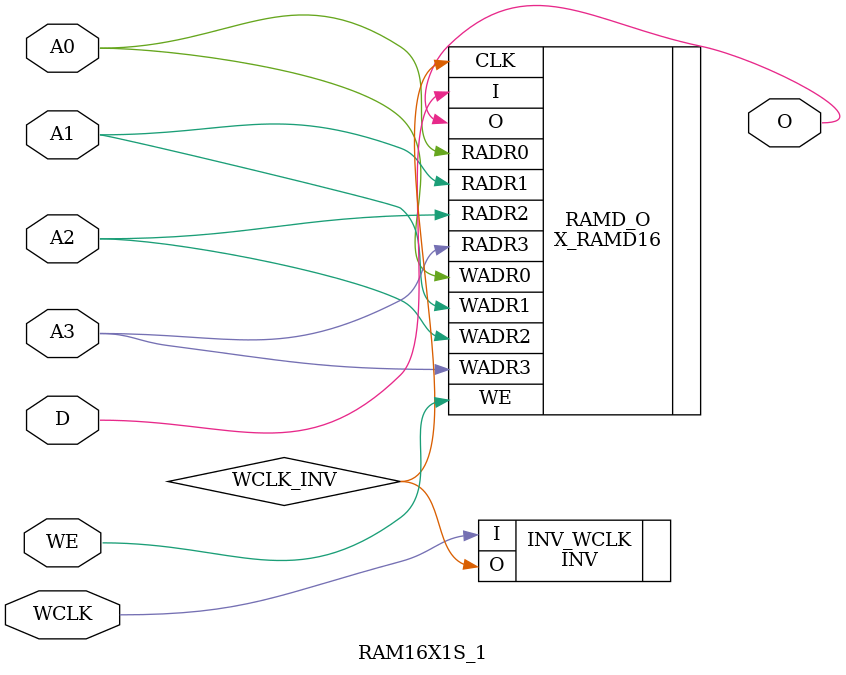
<source format=v>

/*

FUNCTION	: 16x1 Static RAM with synchronous write capability

*/

// `celldefine
`timescale  100 ps / 10 ps

module RAM16X1S_1 (O, A0, A1, A2, A3, D, WCLK, WE);

    parameter INIT = 16'h0000;

    output O;

    input  A0, A1, A2, A3, D, WCLK, WE;

    INV INV_WCLK (
      .I (WCLK),
      .O (WCLK_INV)
    );

    X_RAMD16 RAMD_O (
      .RADR0 (A0),
      .RADR1 (A1),
      .RADR2 (A2),
      .RADR3 (A3),
      .WADR0 (A0),
      .WADR1 (A1),
      .WADR2 (A2),
      .WADR3 (A3),
      .I (D),
      .CLK (WCLK_INV),
      .WE (WE),
      .O (O)
    );

endmodule

</source>
